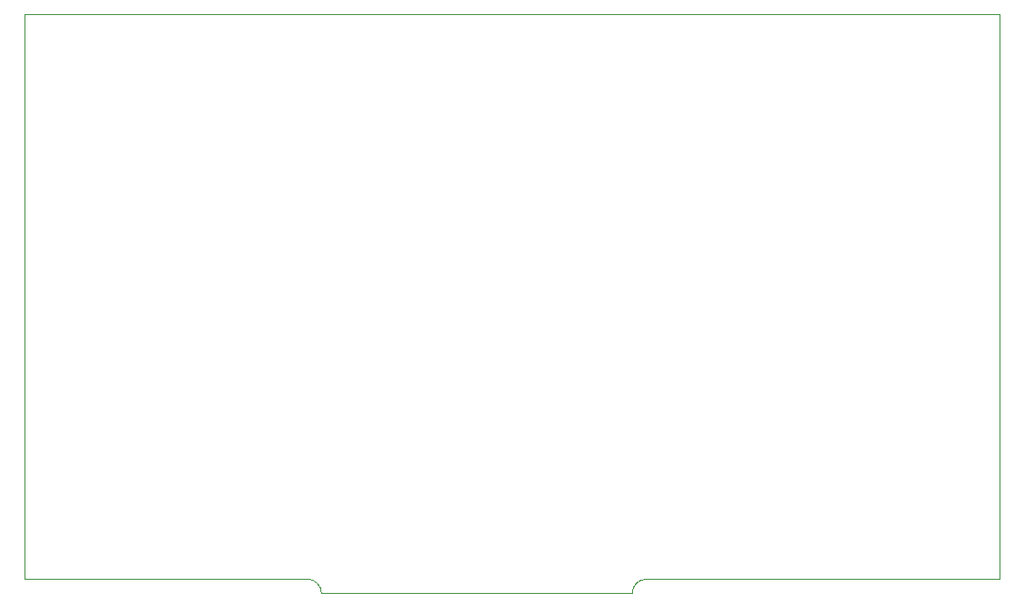
<source format=gbr>
%TF.GenerationSoftware,KiCad,Pcbnew,(5.1.8)-1*%
%TF.CreationDate,2022-11-12T22:57:05+03:00*%
%TF.ProjectId,MUX4x1,4d555834-7831-42e6-9b69-6361645f7063,rev?*%
%TF.SameCoordinates,Original*%
%TF.FileFunction,Profile,NP*%
%FSLAX46Y46*%
G04 Gerber Fmt 4.6, Leading zero omitted, Abs format (unit mm)*
G04 Created by KiCad (PCBNEW (5.1.8)-1) date 2022-11-12 22:57:05*
%MOMM*%
%LPD*%
G01*
G04 APERTURE LIST*
%TA.AperFunction,Profile*%
%ADD10C,0.050000*%
%TD*%
G04 APERTURE END LIST*
D10*
X96520000Y-109220000D02*
G75*
G02*
X97790000Y-110490000I0J-1270000D01*
G01*
X125730000Y-110490000D02*
G75*
G02*
X127000000Y-109220000I1270000J0D01*
G01*
X127000000Y-109220000D02*
X158750000Y-109220000D01*
X71120000Y-109220000D02*
X96520000Y-109220000D01*
X97790000Y-110490000D02*
X125730000Y-110490000D01*
X71120000Y-109220000D02*
X71120000Y-58420000D01*
X158750000Y-58420000D02*
X158750000Y-109220000D01*
X71120000Y-58420000D02*
X158750000Y-58420000D01*
M02*

</source>
